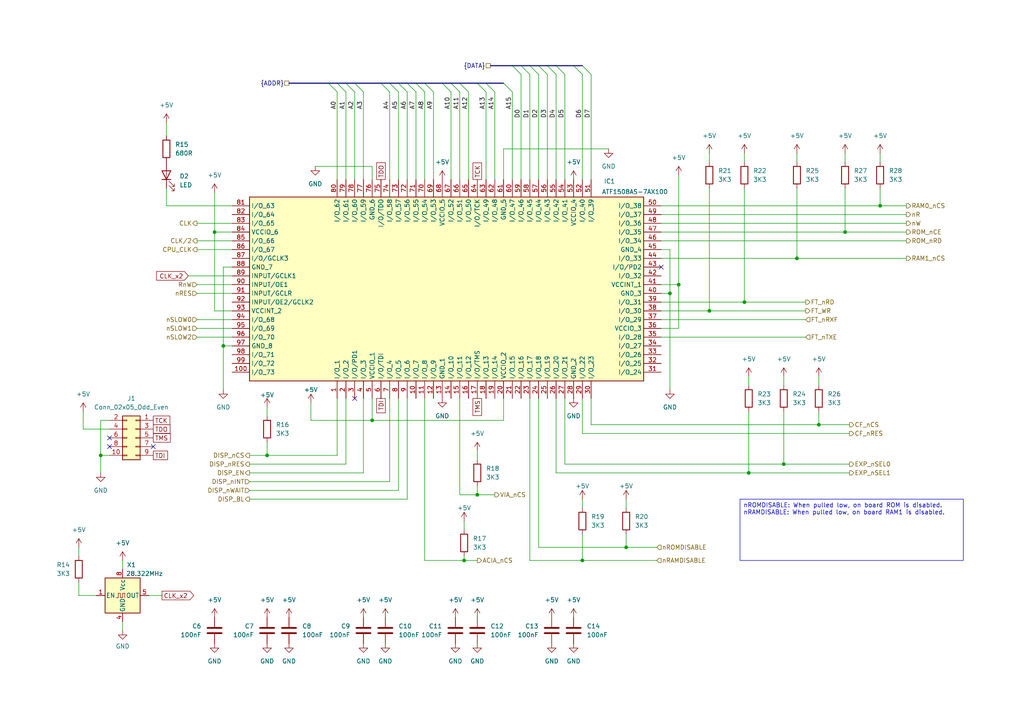
<source format=kicad_sch>
(kicad_sch (version 20250114) (generator "eeschema") (generator_version "9.0")
  (paper "A4")
  (lib_symbols
    (symbol "ATF1508AS-10QU100:ATF1508AS-10QU100"
      (property "Reference" "IC" (at 59.69 30.48 0))
      (property "Value" "ATF1508AS-10QU100" (at 59.69 27.94 0))
      (symbol "ATF1508AS-10QU100_1_1"
        (rectangle (start 5.08 25.4) (end 58.42 -88.9) (stroke (width 0.254)) (fill (type background)))
        (pin passive line (at 0 0 0) (length 5.08) (name "I/O_1") (number "1"))
        (pin passive line (at 0 -2.54 0) (length 5.08) (name "I/O_2") (number "2"))
        (pin passive line (at 0 -5.08 0) (length 5.08) (name "I/O/PD1") (number "3"))
        (pin passive line (at 0 -7.62 0) (length 5.08) (name "I/O_3") (number "4"))
        (pin passive line (at 0 -10.16 0) (length 5.08) (name "VCCIO_1") (number "5"))
        (pin passive line (at 0 -12.7 0) (length 5.08) (name "I/O/TDI") (number "6"))
        (pin passive line (at 0 -15.24 0) (length 5.08) (name "I/O_4") (number "7"))
        (pin passive line (at 0 -17.78 0) (length 5.08) (name "I/O_5") (number "8"))
        (pin passive line (at 0 -20.32 0) (length 5.08) (name "I/O_6") (number "9"))
        (pin passive line (at 0 -22.86 0) (length 5.08) (name "I/O_7") (number "10"))
        (pin passive line (at 0 -25.4 0) (length 5.08) (name "I/O_8") (number "11"))
        (pin passive line (at 0 -27.94 0) (length 5.08) (name "I/O_9") (number "12"))
        (pin passive line (at 0 -30.48 0) (length 5.08) (name "GND_1") (number "13"))
        (pin passive line (at 0 -33.02 0) (length 5.08) (name "I/O_10") (number "14"))
        (pin passive line (at 0 -35.56 0) (length 5.08) (name "I/O_11") (number "15"))
        (pin passive line (at 0 -38.1 0) (length 5.08) (name "I/O_12") (number "16"))
        (pin passive line (at 0 -40.64 0) (length 5.08) (name "I/O/TMS") (number "17"))
        (pin passive line (at 0 -43.18 0) (length 5.08) (name "I/O_13") (number "18"))
        (pin passive line (at 0 -45.72 0) (length 5.08) (name "I/O_14") (number "19"))
        (pin passive line (at 0 -48.26 0) (length 5.08) (name "VCCIO_2") (number "20"))
        (pin passive line (at 0 -50.8 0) (length 5.08) (name "I/O_15") (number "21"))
        (pin passive line (at 0 -53.34 0) (length 5.08) (name "I/O_16") (number "22"))
        (pin passive line (at 0 -55.88 0) (length 5.08) (name "I/O_17") (number "23"))
        (pin passive line (at 0 -58.42 0) (length 5.08) (name "I/O_18") (number "24"))
        (pin passive line (at 0 -60.96 0) (length 5.08) (name "I/O_19") (number "25"))
        (pin passive line (at 0 -63.5 0) (length 5.08) (name "I/O_20") (number "26"))
        (pin passive line (at 0 -66.04 0) (length 5.08) (name "I/O_21") (number "27"))
        (pin passive line (at 0 -68.58 0) (length 5.08) (name "GND_2") (number "28"))
        (pin passive line (at 0 -71.12 0) (length 5.08) (name "I/O_22") (number "29"))
        (pin passive line (at 0 -73.66 0) (length 5.08) (name "I/O_23") (number "30"))
        (pin passive line (at 7.62 30.48 270) (length 5.08) (name "I/O_73") (number "100"))
        (pin passive line (at 7.62 -93.98 90) (length 5.08) (name "I/O_24") (number "31"))
        (pin passive line (at 10.16 30.48 270) (length 5.08) (name "I/O_72") (number "99"))
        (pin passive line (at 10.16 -93.98 90) (length 5.08) (name "I/O_25") (number "32"))
        (pin passive line (at 12.7 30.48 270) (length 5.08) (name "I/O_71") (number "98"))
        (pin passive line (at 12.7 -93.98 90) (length 5.08) (name "I/O_26") (number "33"))
        (pin passive line (at 15.24 30.48 270) (length 5.08) (name "GND_8") (number "97"))
        (pin passive line (at 15.24 -93.98 90) (length 5.08) (name "I/O_27") (number "34"))
        (pin passive line (at 17.78 30.48 270) (length 5.08) (name "I/O_70") (number "96"))
        (pin passive line (at 17.78 -93.98 90) (length 5.08) (name "I/O_28") (number "35"))
        (pin passive line (at 20.32 30.48 270) (length 5.08) (name "I/O_69") (number "95"))
        (pin passive line (at 20.32 -93.98 90) (length 5.08) (name "VCCIO_3") (number "36"))
        (pin passive line (at 22.86 30.48 270) (length 5.08) (name "I/O_68") (number "94"))
        (pin passive line (at 22.86 -93.98 90) (length 5.08) (name "I/O_29") (number "37"))
        (pin passive line (at 25.4 30.48 270) (length 5.08) (name "VCCINT_2") (number "93"))
        (pin passive line (at 25.4 -93.98 90) (length 5.08) (name "I/O_30") (number "38"))
        (pin passive line (at 27.94 30.48 270) (length 5.08) (name "INPUT/OE2/GCLK2") (number "92"))
        (pin passive line (at 27.94 -93.98 90) (length 5.08) (name "I/O_31") (number "39"))
        (pin passive line (at 30.48 30.48 270) (length 5.08) (name "INPUT/GCLR") (number "91"))
        (pin passive line (at 30.48 -93.98 90) (length 5.08) (name "GND_3") (number "40"))
        (pin passive line (at 33.02 30.48 270) (length 5.08) (name "INPUT/OE1") (number "90"))
        (pin passive line (at 33.02 -93.98 90) (length 5.08) (name "VCCINT_1") (number "41"))
        (pin passive line (at 35.56 30.48 270) (length 5.08) (name "INPUT/GCLK1") (number "89"))
        (pin passive line (at 35.56 -93.98 90) (length 5.08) (name "I/O_32") (number "42"))
        (pin passive line (at 38.1 30.48 270) (length 5.08) (name "GND_7") (number "88"))
        (pin passive line (at 38.1 -93.98 90) (length 5.08) (name "I/O/PD2") (number "43"))
        (pin passive line (at 40.64 30.48 270) (length 5.08) (name "I/O/GCLK3") (number "87"))
        (pin passive line (at 40.64 -93.98 90) (length 5.08) (name "I/O_33") (number "44"))
        (pin passive line (at 43.18 30.48 270) (length 5.08) (name "I/O_67") (number "86"))
        (pin passive line (at 43.18 -93.98 90) (length 5.08) (name "GND_4") (number "45"))
        (pin passive line (at 45.72 30.48 270) (length 5.08) (name "I/O_66") (number "85"))
        (pin passive line (at 45.72 -93.98 90) (length 5.08) (name "I/O_34") (number "46"))
        (pin passive line (at 48.26 30.48 270) (length 5.08) (name "VCCIO_6") (number "84"))
        (pin passive line (at 48.26 -93.98 90) (length 5.08) (name "I/O_35") (number "47"))
        (pin passive line (at 50.8 30.48 270) (length 5.08) (name "I/O_65") (number "83"))
        (pin passive line (at 50.8 -93.98 90) (length 5.08) (name "I/O_36") (number "48"))
        (pin passive line (at 53.34 30.48 270) (length 5.08) (name "I/O_64") (number "82"))
        (pin passive line (at 53.34 -93.98 90) (length 5.08) (name "I/O_37") (number "49"))
        (pin passive line (at 55.88 30.48 270) (length 5.08) (name "I/O_63") (number "81"))
        (pin passive line (at 55.88 -93.98 90) (length 5.08) (name "I/O_38") (number "50"))
        (pin passive line (at 63.5 0 180) (length 5.08) (name "I/O_62") (number "80"))
        (pin passive line (at 63.5 -2.54 180) (length 5.08) (name "I/O_61") (number "79"))
        (pin passive line (at 63.5 -5.08 180) (length 5.08) (name "I/O_60") (number "78"))
        (pin passive line (at 63.5 -7.62 180) (length 5.08) (name "I/O_59") (number "77"))
        (pin passive line (at 63.5 -10.16 180) (length 5.08) (name "GND_6") (number "76"))
        (pin passive line (at 63.5 -12.7 180) (length 5.08) (name "I/O/TDO") (number "75"))
        (pin passive line (at 63.5 -15.24 180) (length 5.08) (name "I/O_58") (number "74"))
        (pin passive line (at 63.5 -17.78 180) (length 5.08) (name "I/O_57") (number "73"))
        (pin passive line (at 63.5 -20.32 180) (length 5.08) (name "I/O_56") (number "72"))
        (pin passive line (at 63.5 -22.86 180) (length 5.08) (name "I/O_55") (number "71"))
        (pin passive line (at 63.5 -25.4 180) (length 5.08) (name "I/O_54") (number "70"))
        (pin passive line (at 63.5 -27.94 180) (length 5.08) (name "I/O_53") (number "69"))
        (pin passive line (at 63.5 -30.48 180) (length 5.08) (name "VCCIO_5") (number "68"))
        (pin passive line (at 63.5 -33.02 180) (length 5.08) (name "I/O_52") (number "67"))
        (pin passive line (at 63.5 -35.56 180) (length 5.08) (name "I/O_51") (number "66"))
        (pin passive line (at 63.5 -38.1 180) (length 5.08) (name "I/O_50") (number "65"))
        (pin passive line (at 63.5 -40.64 180) (length 5.08) (name "I/O/TCK") (number "64"))
        (pin passive line (at 63.5 -43.18 180) (length 5.08) (name "I/O_49") (number "63"))
        (pin passive line (at 63.5 -45.72 180) (length 5.08) (name "I/O_48") (number "62"))
        (pin passive line (at 63.5 -48.26 180) (length 5.08) (name "GND_5") (number "61"))
        (pin passive line (at 63.5 -50.8 180) (length 5.08) (name "I/O_47") (number "60"))
        (pin passive line (at 63.5 -53.34 180) (length 5.08) (name "I/O_46") (number "59"))
        (pin passive line (at 63.5 -55.88 180) (length 5.08) (name "I/O_45") (number "58"))
        (pin passive line (at 63.5 -58.42 180) (length 5.08) (name "I/O_44") (number "57"))
        (pin passive line (at 63.5 -60.96 180) (length 5.08) (name "I/O_43") (number "56"))
        (pin passive line (at 63.5 -63.5 180) (length 5.08) (name "I/O_42") (number "55"))
        (pin passive line (at 63.5 -66.04 180) (length 5.08) (name "I/O_41") (number "54"))
        (pin passive line (at 63.5 -68.58 180) (length 5.08) (name "VCCIO_4") (number "53"))
        (pin passive line (at 63.5 -71.12 180) (length 5.08) (name "I/O_40") (number "52"))
        (pin passive line (at 63.5 -73.66 180) (length 5.08) (name "I/O_39") (number "51"))
      )
    )
    (symbol "Connector_Generic:Conn_02x05_Odd_Even" (pin_names (offset 1.016) (hide yes))
      (property "Reference" "J" (at 1.27 7.62 0))
      (property "Value" "Conn_02x05_Odd_Even" (at 1.27 -7.62 0))
      (symbol "Conn_02x05_Odd_Even_1_1"
        (rectangle (start -1.27 6.35) (end 3.81 -6.35) (stroke (width 0.254)) (fill (type background)))
        (rectangle (start -1.27 5.207) (end 0 4.953) (stroke (width 0.1524)))
        (rectangle (start -1.27 2.667) (end 0 2.413) (stroke (width 0.1524)))
        (rectangle (start -1.27 0.127) (end 0 -0.127) (stroke (width 0.1524)))
        (rectangle (start -1.27 -2.413) (end 0 -2.667) (stroke (width 0.1524)))
        (rectangle (start -1.27 -4.953) (end 0 -5.207) (stroke (width 0.1524)))
        (rectangle (start 3.81 5.207) (end 2.54 4.953) (stroke (width 0.1524)))
        (rectangle (start 3.81 2.667) (end 2.54 2.413) (stroke (width 0.1524)))
        (rectangle (start 3.81 0.127) (end 2.54 -0.127) (stroke (width 0.1524)))
        (rectangle (start 3.81 -2.413) (end 2.54 -2.667) (stroke (width 0.1524)))
        (rectangle (start 3.81 -4.953) (end 2.54 -5.207) (stroke (width 0.1524)))
        (pin passive line (at -5.08 5.08 0) (length 3.81) (name "Pin_1") (number "1"))
        (pin passive line (at -5.08 2.54 0) (length 3.81) (name "Pin_3") (number "3"))
        (pin passive line (at -5.08 0 0) (length 3.81) (name "Pin_5") (number "5"))
        (pin passive line (at -5.08 -2.54 0) (length 3.81) (name "Pin_7") (number "7"))
        (pin passive line (at -5.08 -5.08 0) (length 3.81) (name "Pin_9") (number "9"))
        (pin passive line (at 7.62 5.08 180) (length 3.81) (name "Pin_2") (number "2"))
        (pin passive line (at 7.62 2.54 180) (length 3.81) (name "Pin_4") (number "4"))
        (pin passive line (at 7.62 0 180) (length 3.81) (name "Pin_6") (number "6"))
        (pin passive line (at 7.62 -2.54 180) (length 3.81) (name "Pin_8") (number "8"))
        (pin passive line (at 7.62 -5.08 180) (length 3.81) (name "Pin_10") (number "10"))
      )
    )
    (symbol "Device:C" (pin_numbers (hide yes)) (pin_names (offset 0.254))
      (property "Reference" "C" (at 0.635 2.54 0))
      (property "Value" "C" (at 0.635 -2.54 0))
      (symbol "C_0_1"
        (polyline (pts (xy -2.032 0.762) (xy 2.032 0.762)) (stroke (width 0.508)))
        (polyline (pts (xy -2.032 -0.762) (xy 2.032 -0.762)) (stroke (width 0.508)))
      )
      (symbol "C_1_1"
        (pin passive line (at 0 3.81 270) (length 2.794) (name "~") (number "1"))
        (pin passive line (at 0 -3.81 90) (length 2.794) (name "~") (number "2"))
      )
    )
    (symbol "Device:LED" (pin_numbers (hide yes)) (pin_names (offset 1.016) (hide yes))
      (property "Reference" "D" (at 0 2.54 0))
      (property "Value" "LED" (at 0 -2.54 0))
      (symbol "LED_0_1"
        (polyline (pts (xy -3.048 -0.762) (xy -4.572 -2.286) (xy -3.81 -2.286) (xy -4.572 -2.286) (xy -4.572 -1.524)))
        (polyline (pts (xy -1.778 -0.762) (xy -3.302 -2.286) (xy -2.54 -2.286) (xy -3.302 -2.286) (xy -3.302 -1.524)))
        (polyline (pts (xy -1.27 0) (xy 1.27 0)))
        (polyline (pts (xy -1.27 -1.27) (xy -1.27 1.27)) (stroke (width 0.254)))
        (polyline (pts (xy 1.27 -1.27) (xy 1.27 1.27) (xy -1.27 0) (xy 1.27 -1.27)) (stroke (width 0.254)))
      )
      (symbol "LED_1_1"
        (pin passive line (at -3.81 0 0) (length 2.54) (name "K") (number "1"))
        (pin passive line (at 3.81 0 180) (length 2.54) (name "A") (number "2"))
      )
    )
    (symbol "Device:R" (pin_numbers (hide yes)) (pin_names (offset 0))
      (property "Reference" "R" (at 2.032 0 90))
      (property "Value" "R" (at 0 0 90))
      (symbol "R_0_1"
        (rectangle (start -1.016 -2.54) (end 1.016 2.54) (stroke (width 0.254)))
      )
      (symbol "R_1_1"
        (pin passive line (at 0 3.81 270) (length 1.27) (name "~") (number "1"))
        (pin passive line (at 0 -3.81 90) (length 1.27) (name "~") (number "2"))
      )
    )
    (symbol "Oscillator:CXO_DIP8" (pin_names (offset 0.254))
      (property "Reference" "X" (at -5.08 6.35 0))
      (property "Value" "CXO_DIP8" (at 1.27 -6.35 0))
      (symbol "CXO_DIP8_0_1"
        (rectangle (start -5.08 5.08) (end 5.08 -5.08) (stroke (width 0.254)) (fill (type background)))
        (polyline (pts (xy -1.905 -0.635) (xy -1.27 -0.635) (xy -1.27 0.635) (xy -0.635 0.635) (xy -0.635 -0.635) (xy 0 -0.635) (xy 0 0.635) (xy 0.635 0.635) (xy 0.635 -0.635)))
      )
      (symbol "CXO_DIP8_1_1"
        (pin input line (at -7.62 0 0) (length 2.54) (name "EN") (number "1"))
        (pin power_in line (at 0 7.62 270) (length 2.54) (name "Vcc") (number "8"))
        (pin power_in line (at 0 -7.62 90) (length 2.54) (name "GND") (number "4"))
        (pin output line (at 7.62 0 180) (length 2.54) (name "OUT") (number "5"))
      )
    )
    (symbol "power:+5V" (power) (pin_names (offset 0))
      (property "Value" "+5V" (at 0 3.556 0))
      (symbol "+5V_0_1"
        (polyline (pts (xy -0.762 1.27) (xy 0 2.54)))
        (polyline (pts (xy 0 2.54) (xy 0.762 1.27)))
        (polyline (pts (xy 0 0) (xy 0 2.54)))
      )
      (symbol "+5V_1_1"
        (pin power_in line (at 0 0 90) (length 0) (hide yes) (name "+5V") (number "1"))
      )
    )
    (symbol "power:GND" (power) (pin_names (offset 0))
      (property "Value" "GND" (at 0 -3.81 0))
      (symbol "GND_0_1"
        (polyline (pts (xy 0 0) (xy 0 -1.27) (xy 1.27 -1.27) (xy 0 -2.54) (xy -1.27 -1.27) (xy 0 -1.27)))
      )
      (symbol "GND_1_1"
        (pin power_in line (at 0 0 270) (length 0) (hide yes) (name "GND") (number "1"))
      )
    )
  )
  (text_box "nROMDISABLE: When pulled low, on board ROM is disabled.\nnRAMDISABLE: When pulled low, on board RAM1 is disabled." (at 214.63 144.78 0) (size 64.77 17.78) (margins 0.9525 0.9525 0.9525 0.9525) (effects (font (size 1.27 1.27)) (justify left top)))
  (junction (at 168.91 162.56))
  (junction (at 255.27 59.69))
  (junction (at 245.11 67.31))
  (junction (at 29.21 132.08))
  (junction (at 138.43 143.51))
  (junction (at 62.23 67.31))
  (junction (at 205.74 90.17))
  (junction (at 217.17 137.16))
  (junction (at 77.47 132.08))
  (junction (at 231.14 74.93))
  (junction (at 107.95 121.92))
  (junction (at 237.49 123.19))
  (junction (at 181.61 158.75))
  (junction (at 134.62 162.56))
  (junction (at 196.85 82.55))
  (junction (at 194.31 85.09))
  (junction (at 64.77 100.33))
  (junction (at 227.33 134.62))
  (junction (at 215.9 87.63))
  (no_connect (at 31.75 127))
  (no_connect (at 44.45 129.54))
  (no_connect (at 191.77 77.47))
  (no_connect (at 102.87 115.57))
  (no_connect (at 31.75 129.54))
  (bus_entry (at 148.59 26.67) (size -2.54 -2.54))
  (bus_entry (at 118.11 26.67) (size -2.54 -2.54))
  (bus_entry (at 163.83 21.59) (size -2.54 -2.54))
  (bus_entry (at 153.67 21.59) (size -2.54 -2.54))
  (bus_entry (at 113.03 26.67) (size -2.54 -2.54))
  (bus_entry (at 115.57 26.67) (size -2.54 -2.54))
  (bus_entry (at 100.33 26.67) (size -2.54 -2.54))
  (bus_entry (at 156.21 21.59) (size -2.54 -2.54))
  (bus_entry (at 125.73 26.67) (size -2.54 -2.54))
  (bus_entry (at 130.81 26.67) (size -2.54 -2.54))
  (bus_entry (at 105.41 26.67) (size -2.54 -2.54))
  (bus_entry (at 158.75 21.59) (size -2.54 -2.54))
  (bus_entry (at 123.19 26.67) (size -2.54 -2.54))
  (bus_entry (at 168.91 21.59) (size -2.54 -2.54))
  (bus_entry (at 151.13 21.59) (size -2.54 -2.54))
  (bus_entry (at 143.51 26.67) (size -2.54 -2.54))
  (bus_entry (at 102.87 26.67) (size -2.54 -2.54))
  (bus_entry (at 120.65 26.67) (size -2.54 -2.54))
  (bus_entry (at 171.45 21.59) (size -2.54 -2.54))
  (bus_entry (at 133.35 26.67) (size -2.54 -2.54))
  (bus_entry (at 135.89 26.67) (size -2.54 -2.54))
  (bus_entry (at 161.29 21.59) (size -2.54 -2.54))
  (bus_entry (at 140.97 26.67) (size -2.54 -2.54))
  (bus_entry (at 97.79 26.67) (size -2.54 -2.54))
  (wire (pts (xy 57.15 64.77) (xy 67.31 64.77)))
  (wire (pts (xy 255.27 54.61) (xy 255.27 59.69)))
  (wire (pts (xy 29.21 132.08) (xy 29.21 121.92)))
  (wire (pts (xy 100.33 134.62) (xy 72.39 134.62)))
  (wire (pts (xy 176.53 43.18) (xy 146.05 43.18)))
  (wire (pts (xy 29.21 121.92) (xy 31.75 121.92)))
  (bus (pts (xy 110.49 24.13) (xy 102.87 24.13)))
  (wire (pts (xy 62.23 67.31) (xy 67.31 67.31)))
  (wire (pts (xy 134.62 151.13) (xy 134.62 153.67)))
  (wire (pts (xy 196.85 82.55) (xy 191.77 82.55)))
  (wire (pts (xy 158.75 21.59) (xy 158.75 52.07)))
  (wire (pts (xy 62.23 67.31) (xy 62.23 90.17)))
  (wire (pts (xy 140.97 26.67) (xy 140.97 52.07)))
  (wire (pts (xy 215.9 87.63) (xy 233.68 87.63)))
  (bus (pts (xy 161.29 19.05) (xy 166.37 19.05)))
  (wire (pts (xy 57.15 97.79) (xy 67.31 97.79)))
  (wire (pts (xy 168.91 125.73) (xy 168.91 115.57)))
  (wire (pts (xy 107.95 121.92) (xy 107.95 115.57)))
  (wire (pts (xy 143.51 143.51) (xy 138.43 143.51)))
  (bus (pts (xy 113.03 24.13) (xy 110.49 24.13)))
  (wire (pts (xy 125.73 26.67) (xy 125.73 52.07)))
  (wire (pts (xy 194.31 85.09) (xy 194.31 72.39)))
  (wire (pts (xy 237.49 123.19) (xy 171.45 123.19)))
  (wire (pts (xy 118.11 26.67) (xy 118.11 52.07)))
  (wire (pts (xy 29.21 137.16) (xy 29.21 132.08)))
  (wire (pts (xy 54.61 80.01) (xy 67.31 80.01)))
  (wire (pts (xy 62.23 90.17) (xy 67.31 90.17)))
  (wire (pts (xy 138.43 143.51) (xy 133.35 143.51)))
  (wire (pts (xy 133.35 26.67) (xy 133.35 52.07)))
  (wire (pts (xy 227.33 119.38) (xy 227.33 134.62)))
  (wire (pts (xy 194.31 72.39) (xy 191.77 72.39)))
  (wire (pts (xy 91.44 48.26) (xy 107.95 48.26)))
  (wire (pts (xy 134.62 161.29) (xy 134.62 162.56)))
  (wire (pts (xy 205.74 44.45) (xy 205.74 46.99)))
  (wire (pts (xy 153.67 115.57) (xy 153.67 162.56)))
  (wire (pts (xy 77.47 118.11) (xy 77.47 120.65)))
  (wire (pts (xy 153.67 21.59) (xy 153.67 52.07)))
  (wire (pts (xy 191.77 85.09) (xy 194.31 85.09)))
  (wire (pts (xy 97.79 132.08) (xy 97.79 115.57)))
  (wire (pts (xy 231.14 74.93) (xy 262.89 74.93)))
  (wire (pts (xy 72.39 139.7) (xy 113.03 139.7)))
  (wire (pts (xy 72.39 137.16) (xy 105.41 137.16)))
  (wire (pts (xy 62.23 55.88) (xy 62.23 67.31)))
  (wire (pts (xy 77.47 128.27) (xy 77.47 132.08)))
  (bus (pts (xy 95.25 24.13) (xy 83.82 24.13)))
  (wire (pts (xy 118.11 144.78) (xy 118.11 115.57)))
  (wire (pts (xy 215.9 44.45) (xy 215.9 46.99)))
  (wire (pts (xy 191.77 95.25) (xy 196.85 95.25)))
  (wire (pts (xy 48.26 59.69) (xy 48.26 54.61)))
  (wire (pts (xy 191.77 87.63) (xy 215.9 87.63)))
  (wire (pts (xy 231.14 44.45) (xy 231.14 46.99)))
  (wire (pts (xy 138.43 162.56) (xy 134.62 162.56)))
  (wire (pts (xy 151.13 21.59) (xy 151.13 52.07)))
  (wire (pts (xy 168.91 21.59) (xy 168.91 52.07)))
  (bus (pts (xy 97.79 24.13) (xy 95.25 24.13)))
  (bus (pts (xy 128.27 24.13) (xy 123.19 24.13)))
  (wire (pts (xy 97.79 26.67) (xy 97.79 52.07)))
  (wire (pts (xy 196.85 50.8) (xy 196.85 82.55)))
  (wire (pts (xy 262.89 64.77) (xy 191.77 64.77)))
  (wire (pts (xy 171.45 21.59) (xy 171.45 52.07)))
  (wire (pts (xy 190.5 158.75) (xy 181.61 158.75)))
  (bus (pts (xy 148.59 19.05) (xy 151.13 19.05)))
  (wire (pts (xy 133.35 143.51) (xy 133.35 115.57)))
  (wire (pts (xy 67.31 77.47) (xy 64.77 77.47)))
  (wire (pts (xy 43.18 172.72) (xy 46.99 172.72)))
  (wire (pts (xy 205.74 90.17) (xy 233.68 90.17)))
  (wire (pts (xy 191.77 92.71) (xy 233.68 92.71)))
  (wire (pts (xy 146.05 121.92) (xy 107.95 121.92)))
  (bus (pts (xy 100.33 24.13) (xy 97.79 24.13)))
  (wire (pts (xy 255.27 44.45) (xy 255.27 46.99)))
  (wire (pts (xy 102.87 26.67) (xy 102.87 52.07)))
  (wire (pts (xy 90.17 121.92) (xy 107.95 121.92)))
  (wire (pts (xy 27.94 172.72) (xy 22.86 172.72)))
  (wire (pts (xy 161.29 21.59) (xy 161.29 52.07)))
  (wire (pts (xy 231.14 54.61) (xy 231.14 74.93)))
  (wire (pts (xy 191.77 74.93) (xy 231.14 74.93)))
  (wire (pts (xy 194.31 113.03) (xy 194.31 85.09)))
  (wire (pts (xy 31.75 124.46) (xy 24.13 124.46)))
  (wire (pts (xy 24.13 124.46) (xy 24.13 119.38)))
  (wire (pts (xy 163.83 134.62) (xy 163.83 115.57)))
  (wire (pts (xy 115.57 26.67) (xy 115.57 52.07)))
  (wire (pts (xy 246.38 123.19) (xy 237.49 123.19)))
  (wire (pts (xy 246.38 125.73) (xy 168.91 125.73)))
  (bus (pts (xy 153.67 19.05) (xy 156.21 19.05)))
  (wire (pts (xy 105.41 137.16) (xy 105.41 115.57)))
  (wire (pts (xy 156.21 158.75) (xy 156.21 115.57)))
  (wire (pts (xy 130.81 26.67) (xy 130.81 52.07)))
  (wire (pts (xy 161.29 137.16) (xy 161.29 115.57)))
  (bus (pts (xy 102.87 24.13) (xy 100.33 24.13)))
  (wire (pts (xy 181.61 154.94) (xy 181.61 158.75)))
  (wire (pts (xy 72.39 142.24) (xy 115.57 142.24)))
  (wire (pts (xy 115.57 142.24) (xy 115.57 115.57)))
  (wire (pts (xy 146.05 43.18) (xy 146.05 52.07)))
  (bus (pts (xy 115.57 24.13) (xy 113.03 24.13)))
  (wire (pts (xy 237.49 109.22) (xy 237.49 111.76)))
  (wire (pts (xy 57.15 82.55) (xy 67.31 82.55)))
  (wire (pts (xy 22.86 172.72) (xy 22.86 168.91)))
  (wire (pts (xy 57.15 72.39) (xy 67.31 72.39)))
  (wire (pts (xy 138.43 140.97) (xy 138.43 143.51)))
  (wire (pts (xy 181.61 144.78) (xy 181.61 147.32)))
  (wire (pts (xy 168.91 144.78) (xy 168.91 147.32)))
  (wire (pts (xy 72.39 132.08) (xy 77.47 132.08)))
  (wire (pts (xy 120.65 26.67) (xy 120.65 52.07)))
  (wire (pts (xy 31.75 132.08) (xy 29.21 132.08)))
  (wire (pts (xy 57.15 69.85) (xy 67.31 69.85)))
  (wire (pts (xy 227.33 134.62) (xy 163.83 134.62)))
  (bus (pts (xy 123.19 24.13) (xy 120.65 24.13)))
  (wire (pts (xy 135.89 26.67) (xy 135.89 52.07)))
  (wire (pts (xy 168.91 162.56) (xy 190.5 162.56)))
  (wire (pts (xy 143.51 26.67) (xy 143.51 52.07)))
  (bus (pts (xy 156.21 19.05) (xy 158.75 19.05)))
  (wire (pts (xy 35.56 162.56) (xy 35.56 165.1)))
  (wire (pts (xy 100.33 115.57) (xy 100.33 134.62)))
  (wire (pts (xy 171.45 123.19) (xy 171.45 115.57)))
  (bus (pts (xy 158.75 19.05) (xy 161.29 19.05)))
  (bus (pts (xy 138.43 24.13) (xy 133.35 24.13)))
  (wire (pts (xy 163.83 21.59) (xy 163.83 52.07)))
  (wire (pts (xy 191.77 90.17) (xy 205.74 90.17)))
  (wire (pts (xy 217.17 137.16) (xy 161.29 137.16)))
  (bus (pts (xy 142.24 19.05) (xy 148.59 19.05)))
  (wire (pts (xy 215.9 54.61) (xy 215.9 87.63)))
  (wire (pts (xy 57.15 95.25) (xy 67.31 95.25)))
  (wire (pts (xy 105.41 26.67) (xy 105.41 52.07)))
  (wire (pts (xy 227.33 109.22) (xy 227.33 111.76)))
  (wire (pts (xy 168.91 154.94) (xy 168.91 162.56)))
  (wire (pts (xy 57.15 85.09) (xy 67.31 85.09)))
  (wire (pts (xy 262.89 62.23) (xy 191.77 62.23)))
  (bus (pts (xy 120.65 24.13) (xy 118.11 24.13)))
  (wire (pts (xy 113.03 139.7) (xy 113.03 115.57)))
  (wire (pts (xy 205.74 54.61) (xy 205.74 90.17)))
  (bus (pts (xy 151.13 19.05) (xy 153.67 19.05)))
  (bus (pts (xy 118.11 24.13) (xy 115.57 24.13)))
  (wire (pts (xy 217.17 119.38) (xy 217.17 137.16)))
  (wire (pts (xy 262.89 59.69) (xy 255.27 59.69)))
  (wire (pts (xy 113.03 26.67) (xy 113.03 52.07)))
  (bus (pts (xy 130.81 24.13) (xy 128.27 24.13)))
  (wire (pts (xy 100.33 26.67) (xy 100.33 52.07)))
  (wire (pts (xy 72.39 144.78) (xy 118.11 144.78)))
  (wire (pts (xy 138.43 130.81) (xy 138.43 133.35)))
  (bus (pts (xy 166.37 19.05) (xy 168.91 19.05)))
  (wire (pts (xy 156.21 158.75) (xy 181.61 158.75)))
  (wire (pts (xy 90.17 116.84) (xy 90.17 121.92)))
  (wire (pts (xy 123.19 162.56) (xy 123.19 115.57)))
  (wire (pts (xy 196.85 95.25) (xy 196.85 82.55)))
  (wire (pts (xy 77.47 132.08) (xy 97.79 132.08)))
  (wire (pts (xy 35.56 180.34) (xy 35.56 182.88)))
  (wire (pts (xy 246.38 134.62) (xy 227.33 134.62)))
  (wire (pts (xy 246.38 137.16) (xy 217.17 137.16)))
  (bus (pts (xy 140.97 24.13) (xy 138.43 24.13)))
  (wire (pts (xy 262.89 67.31) (xy 245.11 67.31)))
  (wire (pts (xy 64.77 100.33) (xy 67.31 100.33)))
  (wire (pts (xy 146.05 115.57) (xy 146.05 121.92)))
  (wire (pts (xy 64.77 113.03) (xy 64.77 100.33)))
  (wire (pts (xy 134.62 162.56) (xy 123.19 162.56)))
  (wire (pts (xy 191.77 67.31) (xy 245.11 67.31)))
  (wire (pts (xy 148.59 26.67) (xy 148.59 52.07)))
  (wire (pts (xy 156.21 21.59) (xy 156.21 52.07)))
  (wire (pts (xy 217.17 109.22) (xy 217.17 111.76)))
  (wire (pts (xy 153.67 162.56) (xy 168.91 162.56)))
  (wire (pts (xy 57.15 92.71) (xy 67.31 92.71)))
  (bus (pts (xy 133.35 24.13) (xy 130.81 24.13)))
  (wire (pts (xy 67.31 59.69) (xy 48.26 59.69)))
  (wire (pts (xy 22.86 158.75) (xy 22.86 161.29)))
  (wire (pts (xy 48.26 35.56) (xy 48.26 39.37)))
  (wire (pts (xy 191.77 97.79) (xy 233.68 97.79)))
  (wire (pts (xy 262.89 69.85) (xy 191.77 69.85)))
  (wire (pts (xy 245.11 54.61) (xy 245.11 67.31)))
  (wire (pts (xy 237.49 119.38) (xy 237.49 123.19)))
  (wire (pts (xy 191.77 59.69) (xy 255.27 59.69)))
  (wire (pts (xy 245.11 44.45) (xy 245.11 46.99)))
  (bus (pts (xy 146.05 24.13) (xy 140.97 24.13)))
  (wire (pts (xy 107.95 48.26) (xy 107.95 52.07)))
  (wire (pts (xy 64.77 77.47) (xy 64.77 100.33)))
  (wire (pts (xy 123.19 26.67) (xy 123.19 52.07)))
  (label "A7" (at 120.65 31.75 90))
  (label "D3" (at 158.75 34.29 90))
  (label "A1" (at 100.33 31.75 90))
  (label "A2" (at 102.87 31.75 90))
  (label "D0" (at 151.13 34.29 90))
  (label "A8" (at 123.19 31.75 90))
  (label "A14" (at 143.51 31.75 90))
  (label "D7" (at 171.45 34.29 90))
  (label "A10" (at 130.81 31.75 90))
  (label "D2" (at 156.21 34.29 90))
  (label "A0" (at 97.79 31.75 90))
  (label "A4" (at 113.03 31.75 90))
  (label "D1" (at 153.67 34.29 90))
  (label "A11" (at 133.35 31.75 90))
  (label "A12" (at 135.89 31.75 90))
  (label "A6" (at 118.11 31.75 90))
  (label "A5" (at 115.57 31.75 90))
  (label "A9" (at 125.73 31.75 90))
  (label "A3" (at 105.41 31.75 90))
  (label "D5" (at 163.83 34.29 90))
  (label "A13" (at 140.97 31.75 90))
  (label "A15" (at 148.59 31.75 90))
  (label "D4" (at 161.29 34.29 90))
  (label "D6" (at 168.91 34.29 90))
  (global_label "TCK" (shape passive) (at 138.43 52.07 90) (property "Intersheetrefs" "${INTERSHEET_REFS}" (effects (hide yes))))
  (global_label "TDI" (shape passive) (at 44.45 132.08 0) (property "Intersheetrefs" "${INTERSHEET_REFS}" (effects (hide yes))))
  (global_label "TDO" (shape passive) (at 110.49 52.07 90) (property "Intersheetrefs" "${INTERSHEET_REFS}" (effects (hide yes))))
  (global_label "TDI" (shape passive) (at 110.49 115.57 270) (property "Intersheetrefs" "${INTERSHEET_REFS}" (effects (hide yes))))
  (global_label "TMS" (shape passive) (at 44.45 127 0) (property "Intersheetrefs" "${INTERSHEET_REFS}" (effects (hide yes))))
  (global_label "CLK_x2" (shape input) (at 54.61 80.01 180) (property "Intersheetrefs" "${INTERSHEET_REFS}" (effects (hide yes))))
  (global_label "TCK" (shape passive) (at 44.45 121.92 0) (property "Intersheetrefs" "${INTERSHEET_REFS}" (effects (hide yes))))
  (global_label "CLK_x2" (shape output) (at 46.99 172.72 0) (property "Intersheetrefs" "${INTERSHEET_REFS}" (effects (hide yes))))
  (global_label "TMS" (shape passive) (at 138.43 115.57 270) (property "Intersheetrefs" "${INTERSHEET_REFS}" (effects (hide yes))))
  (global_label "TDO" (shape passive) (at 44.45 124.46 0) (property "Intersheetrefs" "${INTERSHEET_REFS}" (effects (hide yes))))
  (hierarchical_label "ROM_nCE" (shape output) (at 262.89 67.31 0))
  (hierarchical_label "DISP_nINT" (shape input) (at 72.39 139.7 180))
  (hierarchical_label "VIA_nCS" (shape output) (at 143.51 143.51 0))
  (hierarchical_label "DISP_BL" (shape output) (at 72.39 144.78 180))
  (hierarchical_label "ROM_nRD" (shape output) (at 262.89 69.85 0))
  (hierarchical_label "nW" (shape output) (at 262.89 64.77 0))
  (hierarchical_label "DISP_nCS" (shape output) (at 72.39 132.08 180))
  (hierarchical_label "CLK" (shape output) (at 57.15 64.77 180))
  (hierarchical_label "EXP_nSEL0" (shape output) (at 246.38 134.62 0))
  (hierarchical_label "EXP_nSEL1" (shape output) (at 246.38 137.16 0))
  (hierarchical_label "{ADDR}" (shape passive) (at 83.82 24.13 180))
  (hierarchical_label "RnW" (shape input) (at 57.15 82.55 180))
  (hierarchical_label "nRAMDISABLE" (shape input) (at 190.5 162.56 0))
  (hierarchical_label "nSLOW1" (shape input) (at 57.15 95.25 180))
  (hierarchical_label "FT_WR" (shape output) (at 233.68 90.17 0))
  (hierarchical_label "DISP_nRES" (shape output) (at 72.39 134.62 180))
  (hierarchical_label "nRES" (shape input) (at 57.15 85.09 180))
  (hierarchical_label "nSLOW0" (shape input) (at 57.15 92.71 180))
  (hierarchical_label "nROMDISABLE" (shape input) (at 190.5 158.75 0))
  (hierarchical_label "nSLOW2" (shape input) (at 57.15 97.79 180))
  (hierarchical_label "ACIA_nCS" (shape output) (at 138.43 162.56 0))
  (hierarchical_label "CPU_CLK" (shape output) (at 57.15 72.39 180))
  (hierarchical_label "FT_nRD" (shape output) (at 233.68 87.63 0))
  (hierarchical_label "RAM1_nCS" (shape output) (at 262.89 74.93 0))
  (hierarchical_label "DISP_EN" (shape output) (at 72.39 137.16 180))
  (hierarchical_label "DISP_nWAIT" (shape input) (at 72.39 142.24 180))
  (hierarchical_label "FT_nRXF" (shape input) (at 233.68 92.71 0))
  (hierarchical_label "CLK{slash}2" (shape output) (at 57.15 69.85 180))
  (hierarchical_label "RAM0_nCS" (shape output) (at 262.89 59.69 0))
  (hierarchical_label "CF_nCS" (shape output) (at 246.38 123.19 0))
  (hierarchical_label "FT_nTXE" (shape input) (at 233.68 97.79 0))
  (hierarchical_label "{DATA}" (shape passive) (at 142.24 19.05 180))
  (hierarchical_label "CF_nRES" (shape output) (at 246.38 125.73 0))
  (hierarchical_label "nR" (shape output) (at 262.89 62.23 0))
  (symbol (lib_id "Device:C") (at 138.43 182.88 0) (unit 1)
    (property "Reference" "C12" (at 142.24 181.6099 0) (effects (justify left)))
    (property "Value" "100nF" (at 142.24 184.1499 0) (effects (justify left)))
    (property "Footprint" "Capacitor_SMD:C_0603_1608Metric" (effects (hide yes)))
    (property "Description" "Unpolarized capacitor" (effects (hide yes)))
    (property "LCSC" "C49678" (effects (hide yes)))
  )
  (symbol (lib_id "power:GND") (at 194.31 113.03 0) (mirror y) (unit 1)
    (property "Reference" "#PWR078" (effects (hide yes)))
    (property "Value" "GND" (at 194.31 118.11 0))
    (property "Description" "Power symbol creates a global label with name \"GND\" , ground" (effects (hide yes)))
  )
  (symbol (lib_id "Device:R") (at 231.14 50.8 0) (unit 1)
    (property "Reference" "R25" (at 233.68 49.5299 0) (effects (justify left)))
    (property "Value" "3K3" (at 233.68 52.0699 0) (effects (justify left)))
    (property "Footprint" "Resistor_SMD:R_0603_1608Metric_Pad0.98x0.95mm_HandSolder" (effects (hide yes)))
    (property "LCSC" "DNF" (effects (hide yes)))
  )
  (symbol (lib_id "power:+5V") (at 196.85 50.8 0) (mirror y) (unit 1)
    (property "Reference" "#PWR079" (effects (hide yes)))
    (property "Value" "+5V" (at 196.85 45.72 0))
  )
  (symbol (lib_id "power:+5V") (at 134.62 151.13 0) (unit 1)
    (property "Reference" "#PWR065" (effects (hide yes)))
    (property "Value" "+5V" (at 134.62 147.32 0))
  )
  (symbol (lib_id "power:+5V") (at 245.11 44.45 0) (unit 1)
    (property "Reference" "#PWR086" (effects (hide yes)))
    (property "Value" "+5V" (at 245.11 39.37 0))
  )
  (symbol (lib_id "power:+5V") (at 168.91 144.78 0) (unit 1)
    (property "Reference" "#PWR075" (effects (hide yes)))
    (property "Value" "+5V" (at 168.91 140.97 0))
  )
  (symbol (lib_id "power:+5V") (at 128.27 52.07 0) (mirror y) (unit 1)
    (property "Reference" "#PWR061" (effects (hide yes)))
    (property "Value" "+5V" (at 128.27 46.99 0))
  )
  (symbol (lib_id "power:+5V") (at 138.43 130.81 0) (unit 1)
    (property "Reference" "#PWR066" (effects (hide yes)))
    (property "Value" "+5V" (at 138.43 125.73 0))
  )
  (symbol (lib_id "power:GND") (at 64.77 113.03 0) (mirror y) (unit 1)
    (property "Reference" "#PWR049" (effects (hide yes)))
    (property "Value" "GND" (at 64.77 118.11 0))
    (property "Description" "Power symbol creates a global label with name \"GND\" , ground" (effects (hide yes)))
  )
  (symbol (lib_id "power:+5V") (at 77.47 118.11 0) (unit 1)
    (property "Reference" "#PWR050" (effects (hide yes)))
    (property "Value" "+5V" (at 77.47 114.554 0))
  )
  (symbol (lib_id "power:+5V") (at 77.47 179.07 0) (mirror y) (unit 1)
    (property "Reference" "#PWR051" (effects (hide yes)))
    (property "Value" "+5V" (at 77.47 173.99 0))
  )
  (symbol (lib_id "Device:R") (at 138.43 137.16 0) (unit 1)
    (property "Reference" "R18" (at 140.97 135.8899 0) (effects (justify left)))
    (property "Value" "3K3" (at 140.97 138.4299 0) (effects (justify left)))
    (property "Footprint" "Resistor_SMD:R_0603_1608Metric_Pad0.98x0.95mm_HandSolder" (effects (hide yes)))
    (property "LCSC" "DNF" (effects (hide yes)))
  )
  (symbol (lib_id "Device:R") (at 237.49 115.57 0) (unit 1)
    (property "Reference" "R26" (at 240.03 114.2999 0) (effects (justify left)))
    (property "Value" "3K3" (at 240.03 116.8399 0) (effects (justify left)))
    (property "Footprint" "Resistor_SMD:R_0603_1608Metric_Pad0.98x0.95mm_HandSolder" (effects (hide yes)))
    (property "LCSC" "DNF" (effects (hide yes)))
  )
  (symbol (lib_id "power:+5V") (at 132.08 179.07 0) (mirror y) (unit 1)
    (property "Reference" "#PWR063" (effects (hide yes)))
    (property "Value" "+5V" (at 132.08 173.99 0))
  )
  (symbol (lib_id "power:+5V") (at 35.56 162.56 0) (unit 1)
    (property "Reference" "#PWR043" (effects (hide yes)))
    (property "Value" "+5V" (at 35.56 157.48 0))
  )
  (symbol (lib_id "power:+5V") (at 166.37 179.07 0) (unit 1)
    (property "Reference" "#PWR073" (effects (hide yes)))
    (property "Value" "+5V" (at 166.37 173.99 0))
  )
  (symbol (lib_id "power:GND") (at 83.82 186.69 0) (unit 1)
    (property "Reference" "#PWR054" (effects (hide yes)))
    (property "Value" "GND" (at 83.82 191.77 0))
  )
  (symbol (lib_id "Device:LED") (at 48.26 50.8 90) (unit 1)
    (property "Reference" "D2" (at 52.07 51.1174 90) (effects (justify right)))
    (property "Value" "LED" (at 52.07 53.6574 90) (effects (justify right)))
    (property "Footprint" "LED_SMD:LED_0603_1608Metric" (effects (hide yes)))
    (property "Description" "Light emitting diode" (effects (hide yes)))
    (property "Sim.Pins" "1=K 2=A" (effects (hide yes)))
  )
  (symbol (lib_id "Device:R") (at 181.61 151.13 0) (unit 1)
    (property "Reference" "R20" (at 184.15 149.8599 0) (effects (justify left)))
    (property "Value" "3K3" (at 184.15 152.3999 0) (effects (justify left)))
    (property "Footprint" "Resistor_SMD:R_0603_1608Metric_Pad0.98x0.95mm_HandSolder" (effects (hide yes)))
    (property "LCSC" "DNF" (effects (hide yes)))
  )
  (symbol (lib_id "power:GND") (at 111.76 186.69 0) (unit 1)
    (property "Reference" "#PWR060" (effects (hide yes)))
    (property "Value" "GND" (at 111.76 191.77 0))
  )
  (symbol (lib_id "Connector_Generic:Conn_02x05_Odd_Even") (at 39.37 127 0) (mirror y) (unit 1)
    (property "Reference" "J1" (at 38.1 115.57 0))
    (property "Value" "Conn_02x05_Odd_Even" (at 38.1 118.11 0))
    (property "Footprint" "Connector_PinHeader_2.54mm:PinHeader_2x05_P2.54mm_Vertical" (effects (hide yes)))
    (property "Description" "Generic connector, double row, 02x05, odd/even pin numbering scheme (row 1 odd numbers, row 2 even numbers), script generated (kicad-library-utils/schlib/autogen/connector/)" (effects (hide yes)))
    (property "LCSC" "DNF" (effects (hide yes)))
  )
  (symbol (lib_id "power:+5V") (at 215.9 44.45 0) (unit 1)
    (property "Reference" "#PWR081" (effects (hide yes)))
    (property "Value" "+5V" (at 215.9 39.37 0))
  )
  (symbol (lib_id "Device:R") (at 77.47 124.46 0) (unit 1)
    (property "Reference" "R16" (at 80.01 123.1899 0) (effects (justify left)))
    (property "Value" "3K3" (at 80.01 125.7299 0) (effects (justify left)))
    (property "Footprint" "Resistor_SMD:R_0603_1608Metric_Pad0.98x0.95mm_HandSolder" (effects (hide yes)))
    (property "LCSC" "DNF" (effects (hide yes)))
  )
  (symbol (lib_id "power:+5V") (at 90.17 116.84 0) (mirror y) (unit 1)
    (property "Reference" "#PWR055" (effects (hide yes)))
    (property "Value" "+5V" (at 90.17 113.03 0))
  )
  (symbol (lib_id "Device:C") (at 132.08 182.88 0) (mirror y) (unit 1)
    (property "Reference" "C11" (at 128.27 181.6099 0) (effects (justify left)))
    (property "Value" "100nF" (at 128.27 184.1499 0) (effects (justify left)))
    (property "Footprint" "Capacitor_SMD:C_0603_1608Metric" (effects (hide yes)))
    (property "Description" "Unpolarized capacitor" (effects (hide yes)))
    (property "LCSC" "C49678" (effects (hide yes)))
  )
  (symbol (lib_id "power:+5V") (at 111.76 179.07 0) (unit 1)
    (property "Reference" "#PWR059" (effects (hide yes)))
    (property "Value" "+5V" (at 111.76 173.99 0))
  )
  (symbol (lib_id "Device:C") (at 160.02 182.88 0) (mirror y) (unit 1)
    (property "Reference" "C13" (at 156.21 181.6099 0) (effects (justify left)))
    (property "Value" "100nF" (at 156.21 184.1499 0) (effects (justify left)))
    (property "Footprint" "Capacitor_SMD:C_0603_1608Metric" (effects (hide yes)))
    (property "Description" "Unpolarized capacitor" (effects (hide yes)))
    (property "LCSC" "C49678" (effects (hide yes)))
  )
  (symbol (lib_id "Device:R") (at 215.9 50.8 0) (unit 1)
    (property "Reference" "R22" (at 218.44 49.5299 0) (effects (justify left)))
    (property "Value" "3K3" (at 218.44 52.0699 0) (effects (justify left)))
    (property "Footprint" "Resistor_SMD:R_0603_1608Metric_Pad0.98x0.95mm_HandSolder" (effects (hide yes)))
    (property "LCSC" "DNF" (effects (hide yes)))
  )
  (symbol (lib_id "ATF1508AS-10QU100:ATF1508AS-10QU100") (at 97.79 115.57 90) (unit 1)
    (property "Reference" "IC1" (at 176.784 52.578 90))
    (property "Value" "ATF1508AS-7AX100" (at 184.15 55.626 90))
    (property "Footprint" "ATF1508AS-10QU100:QFP65P1720X2320X340-100N" (effects (hide yes)))
    (property "Datasheet" "https://ww1.microchip.com/downloads/en/DeviceDoc/doc0784.pdf" (effects (hide yes)))
    (property "Description" "EEPLD - Electronically Erasable Programmable Logic Devices 128 MC CPLD 10NS IND TEMP GRN" (effects (hide yes)))
    (property "Height" "3.4" (effects (hide yes)))
    (property "Manufacturer_Name" "Microchip" (effects (hide yes)))
    (property "Manufacturer_Part_Number" "ATF1508AS-10QU100" (effects (hide yes)))
    (property "Mouser Part Number" "556-ATF1508AS10QU100" (effects (hide yes)))
    (property "Mouser Price/Stock" "https://www.mouser.co.uk/ProductDetail/Microchip-Technology/ATF1508AS-10QU100?qs=fH4tvdCgwtP1krVmN6wmMA%3D%3D" (effects (hide yes)))
    (property "Arrow Part Number" "ATF1508AS-10QU100" (effects (hide yes)))
    (property "Arrow Price/Stock" "https://www.arrow.com/en/products/atf1508as-10qu100/microchip-technology?utm_currency=USD&region=nac" (effects (hide yes)))
  )
  (symbol (lib_id "Device:R") (at 134.62 157.48 0) (unit 1)
    (property "Reference" "R17" (at 137.16 156.2099 0) (effects (justify left)))
    (property "Value" "3K3" (at 137.16 158.7499 0) (effects (justify left)))
    (property "Footprint" "Resistor_SMD:R_0603_1608Metric_Pad0.98x0.95mm_HandSolder" (effects (hide yes)))
    (property "LCSC" "DNF" (effects (hide yes)))
  )
  (symbol (lib_id "Device:C") (at 105.41 182.88 0) (mirror y) (unit 1)
    (property "Reference" "C9" (at 101.6 181.6099 0) (effects (justify left)))
    (property "Value" "100nF" (at 101.6 184.1499 0) (effects (justify left)))
    (property "Footprint" "Capacitor_SMD:C_0603_1608Metric" (effects (hide yes)))
    (property "Description" "Unpolarized capacitor" (effects (hide yes)))
    (property "LCSC" "C49678" (effects (hide yes)))
  )
  (symbol (lib_id "Device:C") (at 111.76 182.88 0) (unit 1)
    (property "Reference" "C10" (at 115.57 181.6099 0) (effects (justify left)))
    (property "Value" "100nF" (at 115.57 184.1499 0) (effects (justify left)))
    (property "Footprint" "Capacitor_SMD:C_0603_1608Metric" (effects (hide yes)))
    (property "Description" "Unpolarized capacitor" (effects (hide yes)))
    (property "LCSC" "C49678" (effects (hide yes)))
  )
  (symbol (lib_id "Device:R") (at 227.33 115.57 0) (unit 1)
    (property "Reference" "R24" (at 229.87 114.2999 0) (effects (justify left)))
    (property "Value" "3K3" (at 229.87 116.8399 0) (effects (justify left)))
    (property "Footprint" "Resistor_SMD:R_0603_1608Metric_Pad0.98x0.95mm_HandSolder" (effects (hide yes)))
    (property "LCSC" "DNF" (effects (hide yes)))
  )
  (symbol (lib_id "power:+5V") (at 166.37 52.07 0) (mirror y) (unit 1)
    (property "Reference" "#PWR071" (effects (hide yes)))
    (property "Value" "+5V" (at 166.37 46.99 0))
  )
  (symbol (lib_id "power:+5V") (at 24.13 119.38 0) (mirror y) (unit 1)
    (property "Reference" "#PWR041" (effects (hide yes)))
    (property "Value" "+5V" (at 24.13 114.3 0))
  )
  (symbol (lib_id "power:+5V") (at 181.61 144.78 0) (unit 1)
    (property "Reference" "#PWR077" (effects (hide yes)))
    (property "Value" "+5V" (at 181.61 140.97 0))
  )
  (symbol (lib_id "power:GND") (at 160.02 186.69 0) (mirror y) (unit 1)
    (property "Reference" "#PWR070" (effects (hide yes)))
    (property "Value" "GND" (at 160.02 191.77 0))
  )
  (symbol (lib_id "power:GND") (at 128.27 115.57 0) (mirror y) (unit 1)
    (property "Reference" "#PWR062" (effects (hide yes)))
    (property "Value" "GND" (at 128.27 120.65 0))
    (property "Description" "Power symbol creates a global label with name \"GND\" , ground" (effects (hide yes)))
  )
  (symbol (lib_id "Device:C") (at 77.47 182.88 0) (mirror y) (unit 1)
    (property "Reference" "C7" (at 73.66 181.6099 0) (effects (justify left)))
    (property "Value" "100nF" (at 73.66 184.1499 0) (effects (justify left)))
    (property "Footprint" "Capacitor_SMD:C_0603_1608Metric" (effects (hide yes)))
    (property "Description" "Unpolarized capacitor" (effects (hide yes)))
    (property "LCSC" "C49678" (effects (hide yes)))
  )
  (symbol (lib_id "power:GND") (at 35.56 182.88 0) (unit 1)
    (property "Reference" "#PWR044" (effects (hide yes)))
    (property "Value" "GND" (at 35.56 187.4425 0))
  )
  (symbol (lib_id "power:+5V") (at 160.02 179.07 0) (mirror y) (unit 1)
    (property "Reference" "#PWR069" (effects (hide yes)))
    (property "Value" "+5V" (at 160.02 173.99 0))
  )
  (symbol (lib_id "power:GND") (at 132.08 186.69 0) (mirror y) (unit 1)
    (property "Reference" "#PWR064" (effects (hide yes)))
    (property "Value" "GND" (at 132.08 191.77 0))
  )
  (symbol (lib_id "Device:C") (at 62.23 182.88 0) (mirror y) (unit 1)
    (property "Reference" "C6" (at 58.42 181.6099 0) (effects (justify left)))
    (property "Value" "100nF" (at 58.42 184.1499 0) (effects (justify left)))
    (property "Footprint" "Capacitor_SMD:C_0603_1608Metric" (effects (hide yes)))
    (property "Description" "Unpolarized capacitor" (effects (hide yes)))
    (property "LCSC" "C49678" (effects (hide yes)))
  )
  (symbol (lib_id "power:+5V") (at 227.33 109.22 0) (unit 1)
    (property "Reference" "#PWR083" (effects (hide yes)))
    (property "Value" "+5V" (at 227.33 104.14 0))
  )
  (symbol (lib_id "Device:R") (at 48.26 43.18 180) (unit 1)
    (property "Reference" "R15" (at 50.8 41.9099 0) (effects (justify right)))
    (property "Value" "680R" (at 50.8 44.4499 0) (effects (justify right)))
    (property "Footprint" "Resistor_SMD:R_0603_1608Metric_Pad0.98x0.95mm_HandSolder" (effects (hide yes)))
    (property "LCSC" "C23179" (effects (hide yes)))
  )
  (symbol (lib_id "power:+5V") (at 231.14 44.45 0) (unit 1)
    (property "Reference" "#PWR084" (effects (hide yes)))
    (property "Value" "+5V" (at 231.14 39.37 0))
  )
  (symbol (lib_id "power:+5V") (at 255.27 44.45 0) (unit 1)
    (property "Reference" "#PWR087" (effects (hide yes)))
    (property "Value" "+5V" (at 255.27 39.37 0))
  )
  (symbol (lib_id "power:GND") (at 166.37 115.57 0) (mirror y) (unit 1)
    (property "Reference" "#PWR072" (effects (hide yes)))
    (property "Value" "GND" (at 166.37 120.65 0))
    (property "Description" "Power symbol creates a global label with name \"GND\" , ground" (effects (hide yes)))
  )
  (symbol (lib_id "power:GND") (at 138.43 186.69 0) (unit 1)
    (property "Reference" "#PWR068" (effects (hide yes)))
    (property "Value" "GND" (at 138.43 191.77 0))
  )
  (symbol (lib_id "Device:R") (at 205.74 50.8 0) (unit 1)
    (property "Reference" "R21" (at 208.28 49.5299 0) (effects (justify left)))
    (property "Value" "3K3" (at 208.28 52.0699 0) (effects (justify left)))
    (property "Footprint" "Resistor_SMD:R_0603_1608Metric_Pad0.98x0.95mm_HandSolder" (effects (hide yes)))
    (property "LCSC" "DNF" (effects (hide yes)))
  )
  (symbol (lib_id "power:GND") (at 105.41 186.69 0) (mirror y) (unit 1)
    (property "Reference" "#PWR058" (effects (hide yes)))
    (property "Value" "GND" (at 105.41 191.77 0))
  )
  (symbol (lib_id "Device:C") (at 83.82 182.88 0) (unit 1)
    (property "Reference" "C8" (at 87.63 181.6099 0) (effects (justify left)))
    (property "Value" "100nF" (at 87.63 184.1499 0) (effects (justify left)))
    (property "Footprint" "Capacitor_SMD:C_0603_1608Metric" (effects (hide yes)))
    (property "Description" "Unpolarized capacitor" (effects (hide yes)))
    (property "LCSC" "C49678" (effects (hide yes)))
  )
  (symbol (lib_id "power:+5V") (at 138.43 179.07 0) (unit 1)
    (property "Reference" "#PWR067" (effects (hide yes)))
    (property "Value" "+5V" (at 138.43 173.99 0))
  )
  (symbol (lib_id "power:GND") (at 166.37 186.69 0) (unit 1)
    (property "Reference" "#PWR074" (effects (hide yes)))
    (property "Value" "GND" (at 166.37 191.77 0))
  )
  (symbol (lib_id "power:GND") (at 77.47 186.69 0) (mirror y) (unit 1)
    (property "Reference" "#PWR052" (effects (hide yes)))
    (property "Value" "GND" (at 77.47 191.77 0))
  )
  (symbol (lib_id "power:+5V") (at 48.26 35.56 0) (mirror y) (unit 1)
    (property "Reference" "#PWR045" (effects (hide yes)))
    (property "Value" "+5V" (at 48.26 30.48 0))
  )
  (symbol (lib_id "power:+5V") (at 237.49 109.22 0) (unit 1)
    (property "Reference" "#PWR085" (effects (hide yes)))
    (property "Value" "+5V" (at 237.49 104.14 0))
  )
  (symbol (lib_id "power:+5V") (at 217.17 109.22 0) (unit 1)
    (property "Reference" "#PWR082" (effects (hide yes)))
    (property "Value" "+5V" (at 217.17 104.14 0))
  )
  (symbol (lib_id "Device:R") (at 217.17 115.57 0) (unit 1)
    (property "Reference" "R23" (at 219.71 114.2999 0) (effects (justify left)))
    (property "Value" "3K3" (at 219.71 116.8399 0) (effects (justify left)))
    (property "Footprint" "Resistor_SMD:R_0603_1608Metric_Pad0.98x0.95mm_HandSolder" (effects (hide yes)))
    (property "LCSC" "DNF" (effects (hide yes)))
  )
  (symbol (lib_id "power:GND") (at 91.44 48.26 0) (mirror y) (unit 1)
    (property "Reference" "#PWR056" (effects (hide yes)))
    (property "Value" "GND" (at 91.44 53.34 0))
    (property "Description" "Power symbol creates a global label with name \"GND\" , ground" (effects (hide yes)))
  )
  (symbol (lib_id "power:+5V") (at 62.23 179.07 0) (mirror y) (unit 1)
    (property "Reference" "#PWR047" (effects (hide yes)))
    (property "Value" "+5V" (at 62.23 173.99 0))
  )
  (symbol (lib_id "power:GND") (at 29.21 137.16 0) (mirror y) (unit 1)
    (property "Reference" "#PWR042" (effects (hide yes)))
    (property "Value" "GND" (at 29.21 142.24 0))
    (property "Description" "Power symbol creates a global label with name \"GND\" , ground" (effects (hide yes)))
  )
  (symbol (lib_id "Device:R") (at 22.86 165.1 0) (mirror y) (unit 1)
    (property "Reference" "R14" (at 20.32 163.8299 0) (effects (justify left)))
    (property "Value" "3K3" (at 20.32 166.3699 0) (effects (justify left)))
    (property "Footprint" "Resistor_SMD:R_0603_1608Metric_Pad0.98x0.95mm_HandSolder" (effects (hide yes)))
    (property "LCSC" "C25890" (effects (hide yes)))
  )
  (symbol (lib_id "power:+5V") (at 62.23 55.88 0) (mirror y) (unit 1)
    (property "Reference" "#PWR046" (effects (hide yes)))
    (property "Value" "+5V" (at 62.23 50.8 0))
  )
  (symbol (lib_id "power:GND") (at 176.53 43.18 0) (mirror y) (unit 1)
    (property "Reference" "#PWR076" (effects (hide yes)))
    (property "Value" "GND" (at 176.53 48.26 0))
    (property "Description" "Power symbol creates a global label with name \"GND\" , ground" (effects (hide yes)))
  )
  (symbol (lib_id "Device:R") (at 168.91 151.13 0) (unit 1)
    (property "Reference" "R19" (at 171.45 149.8599 0) (effects (justify left)))
    (property "Value" "3K3" (at 171.45 152.3999 0) (effects (justify left)))
    (property "Footprint" "Resistor_SMD:R_0603_1608Metric_Pad0.98x0.95mm_HandSolder" (effects (hide yes)))
    (property "LCSC" "DNF" (effects (hide yes)))
  )
  (symbol (lib_id "power:+5V") (at 205.74 44.45 0) (unit 1)
    (property "Reference" "#PWR080" (effects (hide yes)))
    (property "Value" "+5V" (at 205.74 39.37 0))
  )
  (symbol (lib_id "Device:C") (at 166.37 182.88 0) (unit 1)
    (property "Reference" "C14" (at 170.18 181.6099 0) (effects (justify left)))
    (property "Value" "100nF" (at 170.18 184.1499 0) (effects (justify left)))
    (property "Footprint" "Capacitor_SMD:C_0603_1608Metric" (effects (hide yes)))
    (property "Description" "Unpolarized capacitor" (effects (hide yes)))
    (property "LCSC" "C49678" (effects (hide yes)))
  )
  (symbol (lib_id "power:GND") (at 62.23 186.69 0) (mirror y) (unit 1)
    (property "Reference" "#PWR048" (effects (hide yes)))
    (property "Value" "GND" (at 62.23 191.77 0))
  )
  (symbol (lib_id "Device:R") (at 245.11 50.8 0) (unit 1)
    (property "Reference" "R27" (at 247.65 49.5299 0) (effects (justify left)))
    (property "Value" "3K3" (at 247.65 52.0699 0) (effects (justify left)))
    (property "Footprint" "Resistor_SMD:R_0603_1608Metric_Pad0.98x0.95mm_HandSolder" (effects (hide yes)))
    (property "LCSC" "DNF" (effects (hide yes)))
  )
  (symbol (lib_id "power:+5V") (at 22.86 158.75 0) (mirror y) (unit 1)
    (property "Reference" "#PWR040" (effects (hide yes)))
    (property "Value" "+5V" (at 22.86 153.67 0))
  )
  (symbol (lib_id "Oscillator:CXO_DIP8") (at 35.56 172.72 0) (unit 1)
    (property "Reference" "X1" (at 38.1 163.83 0))
    (property "Value" "28.322MHz" (at 41.91 166.37 0))
    (property "Footprint" "Oscillator:Oscillator_DIP-8" (effects (hide yes)))
    (property "Datasheet" "http://cdn-reichelt.de/documents/datenblatt/B400/OSZI.pdf" (effects (hide yes)))
    (property "LCSC" "DNF" (effects (hide yes)))
  )
  (symbol (lib_id "power:+5V") (at 105.41 179.07 0) (mirror y) (unit 1)
    (property "Reference" "#PWR057" (effects (hide yes)))
    (property "Value" "+5V" (at 105.41 173.99 0))
  )
  (symbol (lib_id "power:+5V") (at 83.82 179.07 0) (unit 1)
    (property "Reference" "#PWR053" (effects (hide yes)))
    (property "Value" "+5V" (at 83.82 173.99 0))
  )
  (symbol (lib_id "Device:R") (at 255.27 50.8 0) (unit 1)
    (property "Reference" "R28" (at 257.81 49.5299 0) (effects (justify left)))
    (property "Value" "3K3" (at 257.81 52.0699 0) (effects (justify left)))
    (property "Footprint" "Resistor_SMD:R_0603_1608Metric_Pad0.98x0.95mm_HandSolder" (effects (hide yes)))
    (property "LCSC" "DNF" (effects (hide yes)))
  )
)
</source>
